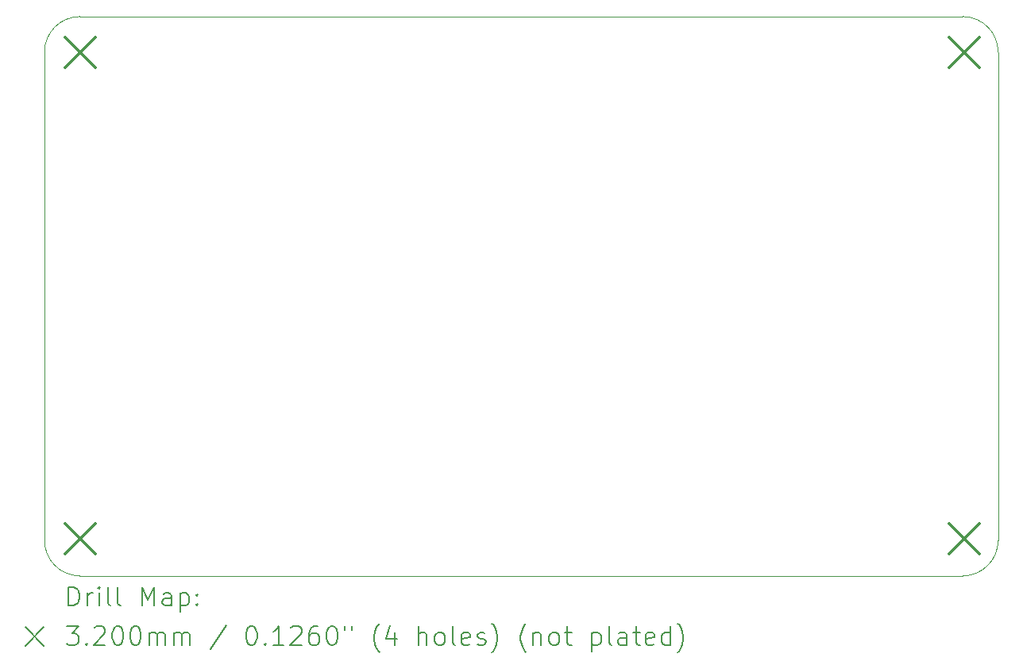
<source format=gbr>
%TF.GenerationSoftware,KiCad,Pcbnew,8.0.8*%
%TF.CreationDate,2025-03-18T19:15:26-04:00*%
%TF.ProjectId,477,3437372e-6b69-4636-9164-5f7063625858,rev?*%
%TF.SameCoordinates,Original*%
%TF.FileFunction,Drillmap*%
%TF.FilePolarity,Positive*%
%FSLAX45Y45*%
G04 Gerber Fmt 4.5, Leading zero omitted, Abs format (unit mm)*
G04 Created by KiCad (PCBNEW 8.0.8) date 2025-03-18 19:15:26*
%MOMM*%
%LPD*%
G01*
G04 APERTURE LIST*
%ADD10C,0.100000*%
%ADD11C,0.200000*%
%ADD12C,0.320000*%
G04 APERTURE END LIST*
D10*
X8935000Y-13530000D02*
G75*
G02*
X8560000Y-13150000I2500J377500D01*
G01*
X8560000Y-7950000D02*
X8560000Y-13150000D01*
X18725000Y-13150000D02*
G75*
G02*
X18350000Y-13530000I-377500J-2500D01*
G01*
X18350000Y-7570000D02*
X8935000Y-7570000D01*
X18725000Y-13150000D02*
X18725000Y-7950000D01*
X8935000Y-13530000D02*
X18350000Y-13530000D01*
X18350000Y-7570000D02*
G75*
G02*
X18725000Y-7950000I-2500J-377500D01*
G01*
X8560000Y-7950000D02*
G75*
G02*
X8935000Y-7570000I377500J2500D01*
G01*
D11*
D12*
X8780800Y-7790200D02*
X9100800Y-8110200D01*
X9100800Y-7790200D02*
X8780800Y-8110200D01*
X8780800Y-12971800D02*
X9100800Y-13291800D01*
X9100800Y-12971800D02*
X8780800Y-13291800D01*
X18204200Y-7790200D02*
X18524200Y-8110200D01*
X18524200Y-7790200D02*
X18204200Y-8110200D01*
X18204200Y-12971800D02*
X18524200Y-13291800D01*
X18524200Y-12971800D02*
X18204200Y-13291800D01*
D11*
X8815769Y-13846484D02*
X8815769Y-13646484D01*
X8815769Y-13646484D02*
X8863388Y-13646484D01*
X8863388Y-13646484D02*
X8891959Y-13656008D01*
X8891959Y-13656008D02*
X8911007Y-13675055D01*
X8911007Y-13675055D02*
X8920530Y-13694103D01*
X8920530Y-13694103D02*
X8930054Y-13732198D01*
X8930054Y-13732198D02*
X8930054Y-13760769D01*
X8930054Y-13760769D02*
X8920530Y-13798865D01*
X8920530Y-13798865D02*
X8911007Y-13817912D01*
X8911007Y-13817912D02*
X8891959Y-13836960D01*
X8891959Y-13836960D02*
X8863388Y-13846484D01*
X8863388Y-13846484D02*
X8815769Y-13846484D01*
X9015769Y-13846484D02*
X9015769Y-13713150D01*
X9015769Y-13751246D02*
X9025292Y-13732198D01*
X9025292Y-13732198D02*
X9034816Y-13722674D01*
X9034816Y-13722674D02*
X9053864Y-13713150D01*
X9053864Y-13713150D02*
X9072911Y-13713150D01*
X9139578Y-13846484D02*
X9139578Y-13713150D01*
X9139578Y-13646484D02*
X9130054Y-13656008D01*
X9130054Y-13656008D02*
X9139578Y-13665531D01*
X9139578Y-13665531D02*
X9149102Y-13656008D01*
X9149102Y-13656008D02*
X9139578Y-13646484D01*
X9139578Y-13646484D02*
X9139578Y-13665531D01*
X9263388Y-13846484D02*
X9244340Y-13836960D01*
X9244340Y-13836960D02*
X9234816Y-13817912D01*
X9234816Y-13817912D02*
X9234816Y-13646484D01*
X9368149Y-13846484D02*
X9349102Y-13836960D01*
X9349102Y-13836960D02*
X9339578Y-13817912D01*
X9339578Y-13817912D02*
X9339578Y-13646484D01*
X9596721Y-13846484D02*
X9596721Y-13646484D01*
X9596721Y-13646484D02*
X9663388Y-13789341D01*
X9663388Y-13789341D02*
X9730054Y-13646484D01*
X9730054Y-13646484D02*
X9730054Y-13846484D01*
X9911007Y-13846484D02*
X9911007Y-13741722D01*
X9911007Y-13741722D02*
X9901483Y-13722674D01*
X9901483Y-13722674D02*
X9882435Y-13713150D01*
X9882435Y-13713150D02*
X9844340Y-13713150D01*
X9844340Y-13713150D02*
X9825292Y-13722674D01*
X9911007Y-13836960D02*
X9891959Y-13846484D01*
X9891959Y-13846484D02*
X9844340Y-13846484D01*
X9844340Y-13846484D02*
X9825292Y-13836960D01*
X9825292Y-13836960D02*
X9815769Y-13817912D01*
X9815769Y-13817912D02*
X9815769Y-13798865D01*
X9815769Y-13798865D02*
X9825292Y-13779817D01*
X9825292Y-13779817D02*
X9844340Y-13770293D01*
X9844340Y-13770293D02*
X9891959Y-13770293D01*
X9891959Y-13770293D02*
X9911007Y-13760769D01*
X10006245Y-13713150D02*
X10006245Y-13913150D01*
X10006245Y-13722674D02*
X10025292Y-13713150D01*
X10025292Y-13713150D02*
X10063388Y-13713150D01*
X10063388Y-13713150D02*
X10082435Y-13722674D01*
X10082435Y-13722674D02*
X10091959Y-13732198D01*
X10091959Y-13732198D02*
X10101483Y-13751246D01*
X10101483Y-13751246D02*
X10101483Y-13808388D01*
X10101483Y-13808388D02*
X10091959Y-13827436D01*
X10091959Y-13827436D02*
X10082435Y-13836960D01*
X10082435Y-13836960D02*
X10063388Y-13846484D01*
X10063388Y-13846484D02*
X10025292Y-13846484D01*
X10025292Y-13846484D02*
X10006245Y-13836960D01*
X10187197Y-13827436D02*
X10196721Y-13836960D01*
X10196721Y-13836960D02*
X10187197Y-13846484D01*
X10187197Y-13846484D02*
X10177673Y-13836960D01*
X10177673Y-13836960D02*
X10187197Y-13827436D01*
X10187197Y-13827436D02*
X10187197Y-13846484D01*
X10187197Y-13722674D02*
X10196721Y-13732198D01*
X10196721Y-13732198D02*
X10187197Y-13741722D01*
X10187197Y-13741722D02*
X10177673Y-13732198D01*
X10177673Y-13732198D02*
X10187197Y-13722674D01*
X10187197Y-13722674D02*
X10187197Y-13741722D01*
X8354992Y-14075000D02*
X8554992Y-14275000D01*
X8554992Y-14075000D02*
X8354992Y-14275000D01*
X8796721Y-14066484D02*
X8920530Y-14066484D01*
X8920530Y-14066484D02*
X8853864Y-14142674D01*
X8853864Y-14142674D02*
X8882435Y-14142674D01*
X8882435Y-14142674D02*
X8901483Y-14152198D01*
X8901483Y-14152198D02*
X8911007Y-14161722D01*
X8911007Y-14161722D02*
X8920530Y-14180769D01*
X8920530Y-14180769D02*
X8920530Y-14228388D01*
X8920530Y-14228388D02*
X8911007Y-14247436D01*
X8911007Y-14247436D02*
X8901483Y-14256960D01*
X8901483Y-14256960D02*
X8882435Y-14266484D01*
X8882435Y-14266484D02*
X8825292Y-14266484D01*
X8825292Y-14266484D02*
X8806245Y-14256960D01*
X8806245Y-14256960D02*
X8796721Y-14247436D01*
X9006245Y-14247436D02*
X9015769Y-14256960D01*
X9015769Y-14256960D02*
X9006245Y-14266484D01*
X9006245Y-14266484D02*
X8996721Y-14256960D01*
X8996721Y-14256960D02*
X9006245Y-14247436D01*
X9006245Y-14247436D02*
X9006245Y-14266484D01*
X9091959Y-14085531D02*
X9101483Y-14076008D01*
X9101483Y-14076008D02*
X9120530Y-14066484D01*
X9120530Y-14066484D02*
X9168150Y-14066484D01*
X9168150Y-14066484D02*
X9187197Y-14076008D01*
X9187197Y-14076008D02*
X9196721Y-14085531D01*
X9196721Y-14085531D02*
X9206245Y-14104579D01*
X9206245Y-14104579D02*
X9206245Y-14123627D01*
X9206245Y-14123627D02*
X9196721Y-14152198D01*
X9196721Y-14152198D02*
X9082435Y-14266484D01*
X9082435Y-14266484D02*
X9206245Y-14266484D01*
X9330054Y-14066484D02*
X9349102Y-14066484D01*
X9349102Y-14066484D02*
X9368150Y-14076008D01*
X9368150Y-14076008D02*
X9377673Y-14085531D01*
X9377673Y-14085531D02*
X9387197Y-14104579D01*
X9387197Y-14104579D02*
X9396721Y-14142674D01*
X9396721Y-14142674D02*
X9396721Y-14190293D01*
X9396721Y-14190293D02*
X9387197Y-14228388D01*
X9387197Y-14228388D02*
X9377673Y-14247436D01*
X9377673Y-14247436D02*
X9368150Y-14256960D01*
X9368150Y-14256960D02*
X9349102Y-14266484D01*
X9349102Y-14266484D02*
X9330054Y-14266484D01*
X9330054Y-14266484D02*
X9311007Y-14256960D01*
X9311007Y-14256960D02*
X9301483Y-14247436D01*
X9301483Y-14247436D02*
X9291959Y-14228388D01*
X9291959Y-14228388D02*
X9282435Y-14190293D01*
X9282435Y-14190293D02*
X9282435Y-14142674D01*
X9282435Y-14142674D02*
X9291959Y-14104579D01*
X9291959Y-14104579D02*
X9301483Y-14085531D01*
X9301483Y-14085531D02*
X9311007Y-14076008D01*
X9311007Y-14076008D02*
X9330054Y-14066484D01*
X9520530Y-14066484D02*
X9539578Y-14066484D01*
X9539578Y-14066484D02*
X9558626Y-14076008D01*
X9558626Y-14076008D02*
X9568150Y-14085531D01*
X9568150Y-14085531D02*
X9577673Y-14104579D01*
X9577673Y-14104579D02*
X9587197Y-14142674D01*
X9587197Y-14142674D02*
X9587197Y-14190293D01*
X9587197Y-14190293D02*
X9577673Y-14228388D01*
X9577673Y-14228388D02*
X9568150Y-14247436D01*
X9568150Y-14247436D02*
X9558626Y-14256960D01*
X9558626Y-14256960D02*
X9539578Y-14266484D01*
X9539578Y-14266484D02*
X9520530Y-14266484D01*
X9520530Y-14266484D02*
X9501483Y-14256960D01*
X9501483Y-14256960D02*
X9491959Y-14247436D01*
X9491959Y-14247436D02*
X9482435Y-14228388D01*
X9482435Y-14228388D02*
X9472911Y-14190293D01*
X9472911Y-14190293D02*
X9472911Y-14142674D01*
X9472911Y-14142674D02*
X9482435Y-14104579D01*
X9482435Y-14104579D02*
X9491959Y-14085531D01*
X9491959Y-14085531D02*
X9501483Y-14076008D01*
X9501483Y-14076008D02*
X9520530Y-14066484D01*
X9672911Y-14266484D02*
X9672911Y-14133150D01*
X9672911Y-14152198D02*
X9682435Y-14142674D01*
X9682435Y-14142674D02*
X9701483Y-14133150D01*
X9701483Y-14133150D02*
X9730054Y-14133150D01*
X9730054Y-14133150D02*
X9749102Y-14142674D01*
X9749102Y-14142674D02*
X9758626Y-14161722D01*
X9758626Y-14161722D02*
X9758626Y-14266484D01*
X9758626Y-14161722D02*
X9768150Y-14142674D01*
X9768150Y-14142674D02*
X9787197Y-14133150D01*
X9787197Y-14133150D02*
X9815769Y-14133150D01*
X9815769Y-14133150D02*
X9834816Y-14142674D01*
X9834816Y-14142674D02*
X9844340Y-14161722D01*
X9844340Y-14161722D02*
X9844340Y-14266484D01*
X9939578Y-14266484D02*
X9939578Y-14133150D01*
X9939578Y-14152198D02*
X9949102Y-14142674D01*
X9949102Y-14142674D02*
X9968150Y-14133150D01*
X9968150Y-14133150D02*
X9996721Y-14133150D01*
X9996721Y-14133150D02*
X10015769Y-14142674D01*
X10015769Y-14142674D02*
X10025292Y-14161722D01*
X10025292Y-14161722D02*
X10025292Y-14266484D01*
X10025292Y-14161722D02*
X10034816Y-14142674D01*
X10034816Y-14142674D02*
X10053864Y-14133150D01*
X10053864Y-14133150D02*
X10082435Y-14133150D01*
X10082435Y-14133150D02*
X10101483Y-14142674D01*
X10101483Y-14142674D02*
X10111007Y-14161722D01*
X10111007Y-14161722D02*
X10111007Y-14266484D01*
X10501483Y-14056960D02*
X10330054Y-14314103D01*
X10758626Y-14066484D02*
X10777674Y-14066484D01*
X10777674Y-14066484D02*
X10796721Y-14076008D01*
X10796721Y-14076008D02*
X10806245Y-14085531D01*
X10806245Y-14085531D02*
X10815769Y-14104579D01*
X10815769Y-14104579D02*
X10825293Y-14142674D01*
X10825293Y-14142674D02*
X10825293Y-14190293D01*
X10825293Y-14190293D02*
X10815769Y-14228388D01*
X10815769Y-14228388D02*
X10806245Y-14247436D01*
X10806245Y-14247436D02*
X10796721Y-14256960D01*
X10796721Y-14256960D02*
X10777674Y-14266484D01*
X10777674Y-14266484D02*
X10758626Y-14266484D01*
X10758626Y-14266484D02*
X10739578Y-14256960D01*
X10739578Y-14256960D02*
X10730054Y-14247436D01*
X10730054Y-14247436D02*
X10720531Y-14228388D01*
X10720531Y-14228388D02*
X10711007Y-14190293D01*
X10711007Y-14190293D02*
X10711007Y-14142674D01*
X10711007Y-14142674D02*
X10720531Y-14104579D01*
X10720531Y-14104579D02*
X10730054Y-14085531D01*
X10730054Y-14085531D02*
X10739578Y-14076008D01*
X10739578Y-14076008D02*
X10758626Y-14066484D01*
X10911007Y-14247436D02*
X10920531Y-14256960D01*
X10920531Y-14256960D02*
X10911007Y-14266484D01*
X10911007Y-14266484D02*
X10901483Y-14256960D01*
X10901483Y-14256960D02*
X10911007Y-14247436D01*
X10911007Y-14247436D02*
X10911007Y-14266484D01*
X11111007Y-14266484D02*
X10996721Y-14266484D01*
X11053864Y-14266484D02*
X11053864Y-14066484D01*
X11053864Y-14066484D02*
X11034816Y-14095055D01*
X11034816Y-14095055D02*
X11015769Y-14114103D01*
X11015769Y-14114103D02*
X10996721Y-14123627D01*
X11187197Y-14085531D02*
X11196721Y-14076008D01*
X11196721Y-14076008D02*
X11215769Y-14066484D01*
X11215769Y-14066484D02*
X11263388Y-14066484D01*
X11263388Y-14066484D02*
X11282435Y-14076008D01*
X11282435Y-14076008D02*
X11291959Y-14085531D01*
X11291959Y-14085531D02*
X11301483Y-14104579D01*
X11301483Y-14104579D02*
X11301483Y-14123627D01*
X11301483Y-14123627D02*
X11291959Y-14152198D01*
X11291959Y-14152198D02*
X11177674Y-14266484D01*
X11177674Y-14266484D02*
X11301483Y-14266484D01*
X11472912Y-14066484D02*
X11434816Y-14066484D01*
X11434816Y-14066484D02*
X11415769Y-14076008D01*
X11415769Y-14076008D02*
X11406245Y-14085531D01*
X11406245Y-14085531D02*
X11387197Y-14114103D01*
X11387197Y-14114103D02*
X11377673Y-14152198D01*
X11377673Y-14152198D02*
X11377673Y-14228388D01*
X11377673Y-14228388D02*
X11387197Y-14247436D01*
X11387197Y-14247436D02*
X11396721Y-14256960D01*
X11396721Y-14256960D02*
X11415769Y-14266484D01*
X11415769Y-14266484D02*
X11453864Y-14266484D01*
X11453864Y-14266484D02*
X11472912Y-14256960D01*
X11472912Y-14256960D02*
X11482435Y-14247436D01*
X11482435Y-14247436D02*
X11491959Y-14228388D01*
X11491959Y-14228388D02*
X11491959Y-14180769D01*
X11491959Y-14180769D02*
X11482435Y-14161722D01*
X11482435Y-14161722D02*
X11472912Y-14152198D01*
X11472912Y-14152198D02*
X11453864Y-14142674D01*
X11453864Y-14142674D02*
X11415769Y-14142674D01*
X11415769Y-14142674D02*
X11396721Y-14152198D01*
X11396721Y-14152198D02*
X11387197Y-14161722D01*
X11387197Y-14161722D02*
X11377673Y-14180769D01*
X11615769Y-14066484D02*
X11634816Y-14066484D01*
X11634816Y-14066484D02*
X11653864Y-14076008D01*
X11653864Y-14076008D02*
X11663388Y-14085531D01*
X11663388Y-14085531D02*
X11672912Y-14104579D01*
X11672912Y-14104579D02*
X11682435Y-14142674D01*
X11682435Y-14142674D02*
X11682435Y-14190293D01*
X11682435Y-14190293D02*
X11672912Y-14228388D01*
X11672912Y-14228388D02*
X11663388Y-14247436D01*
X11663388Y-14247436D02*
X11653864Y-14256960D01*
X11653864Y-14256960D02*
X11634816Y-14266484D01*
X11634816Y-14266484D02*
X11615769Y-14266484D01*
X11615769Y-14266484D02*
X11596721Y-14256960D01*
X11596721Y-14256960D02*
X11587197Y-14247436D01*
X11587197Y-14247436D02*
X11577673Y-14228388D01*
X11577673Y-14228388D02*
X11568150Y-14190293D01*
X11568150Y-14190293D02*
X11568150Y-14142674D01*
X11568150Y-14142674D02*
X11577673Y-14104579D01*
X11577673Y-14104579D02*
X11587197Y-14085531D01*
X11587197Y-14085531D02*
X11596721Y-14076008D01*
X11596721Y-14076008D02*
X11615769Y-14066484D01*
X11758626Y-14066484D02*
X11758626Y-14104579D01*
X11834816Y-14066484D02*
X11834816Y-14104579D01*
X12130055Y-14342674D02*
X12120531Y-14333150D01*
X12120531Y-14333150D02*
X12101483Y-14304579D01*
X12101483Y-14304579D02*
X12091959Y-14285531D01*
X12091959Y-14285531D02*
X12082435Y-14256960D01*
X12082435Y-14256960D02*
X12072912Y-14209341D01*
X12072912Y-14209341D02*
X12072912Y-14171246D01*
X12072912Y-14171246D02*
X12082435Y-14123627D01*
X12082435Y-14123627D02*
X12091959Y-14095055D01*
X12091959Y-14095055D02*
X12101483Y-14076008D01*
X12101483Y-14076008D02*
X12120531Y-14047436D01*
X12120531Y-14047436D02*
X12130055Y-14037912D01*
X12291959Y-14133150D02*
X12291959Y-14266484D01*
X12244340Y-14056960D02*
X12196721Y-14199817D01*
X12196721Y-14199817D02*
X12320531Y-14199817D01*
X12549102Y-14266484D02*
X12549102Y-14066484D01*
X12634816Y-14266484D02*
X12634816Y-14161722D01*
X12634816Y-14161722D02*
X12625293Y-14142674D01*
X12625293Y-14142674D02*
X12606245Y-14133150D01*
X12606245Y-14133150D02*
X12577674Y-14133150D01*
X12577674Y-14133150D02*
X12558626Y-14142674D01*
X12558626Y-14142674D02*
X12549102Y-14152198D01*
X12758626Y-14266484D02*
X12739578Y-14256960D01*
X12739578Y-14256960D02*
X12730055Y-14247436D01*
X12730055Y-14247436D02*
X12720531Y-14228388D01*
X12720531Y-14228388D02*
X12720531Y-14171246D01*
X12720531Y-14171246D02*
X12730055Y-14152198D01*
X12730055Y-14152198D02*
X12739578Y-14142674D01*
X12739578Y-14142674D02*
X12758626Y-14133150D01*
X12758626Y-14133150D02*
X12787197Y-14133150D01*
X12787197Y-14133150D02*
X12806245Y-14142674D01*
X12806245Y-14142674D02*
X12815769Y-14152198D01*
X12815769Y-14152198D02*
X12825293Y-14171246D01*
X12825293Y-14171246D02*
X12825293Y-14228388D01*
X12825293Y-14228388D02*
X12815769Y-14247436D01*
X12815769Y-14247436D02*
X12806245Y-14256960D01*
X12806245Y-14256960D02*
X12787197Y-14266484D01*
X12787197Y-14266484D02*
X12758626Y-14266484D01*
X12939578Y-14266484D02*
X12920531Y-14256960D01*
X12920531Y-14256960D02*
X12911007Y-14237912D01*
X12911007Y-14237912D02*
X12911007Y-14066484D01*
X13091959Y-14256960D02*
X13072912Y-14266484D01*
X13072912Y-14266484D02*
X13034816Y-14266484D01*
X13034816Y-14266484D02*
X13015769Y-14256960D01*
X13015769Y-14256960D02*
X13006245Y-14237912D01*
X13006245Y-14237912D02*
X13006245Y-14161722D01*
X13006245Y-14161722D02*
X13015769Y-14142674D01*
X13015769Y-14142674D02*
X13034816Y-14133150D01*
X13034816Y-14133150D02*
X13072912Y-14133150D01*
X13072912Y-14133150D02*
X13091959Y-14142674D01*
X13091959Y-14142674D02*
X13101483Y-14161722D01*
X13101483Y-14161722D02*
X13101483Y-14180769D01*
X13101483Y-14180769D02*
X13006245Y-14199817D01*
X13177674Y-14256960D02*
X13196721Y-14266484D01*
X13196721Y-14266484D02*
X13234816Y-14266484D01*
X13234816Y-14266484D02*
X13253864Y-14256960D01*
X13253864Y-14256960D02*
X13263388Y-14237912D01*
X13263388Y-14237912D02*
X13263388Y-14228388D01*
X13263388Y-14228388D02*
X13253864Y-14209341D01*
X13253864Y-14209341D02*
X13234816Y-14199817D01*
X13234816Y-14199817D02*
X13206245Y-14199817D01*
X13206245Y-14199817D02*
X13187197Y-14190293D01*
X13187197Y-14190293D02*
X13177674Y-14171246D01*
X13177674Y-14171246D02*
X13177674Y-14161722D01*
X13177674Y-14161722D02*
X13187197Y-14142674D01*
X13187197Y-14142674D02*
X13206245Y-14133150D01*
X13206245Y-14133150D02*
X13234816Y-14133150D01*
X13234816Y-14133150D02*
X13253864Y-14142674D01*
X13330055Y-14342674D02*
X13339578Y-14333150D01*
X13339578Y-14333150D02*
X13358626Y-14304579D01*
X13358626Y-14304579D02*
X13368150Y-14285531D01*
X13368150Y-14285531D02*
X13377674Y-14256960D01*
X13377674Y-14256960D02*
X13387197Y-14209341D01*
X13387197Y-14209341D02*
X13387197Y-14171246D01*
X13387197Y-14171246D02*
X13377674Y-14123627D01*
X13377674Y-14123627D02*
X13368150Y-14095055D01*
X13368150Y-14095055D02*
X13358626Y-14076008D01*
X13358626Y-14076008D02*
X13339578Y-14047436D01*
X13339578Y-14047436D02*
X13330055Y-14037912D01*
X13691959Y-14342674D02*
X13682436Y-14333150D01*
X13682436Y-14333150D02*
X13663388Y-14304579D01*
X13663388Y-14304579D02*
X13653864Y-14285531D01*
X13653864Y-14285531D02*
X13644340Y-14256960D01*
X13644340Y-14256960D02*
X13634817Y-14209341D01*
X13634817Y-14209341D02*
X13634817Y-14171246D01*
X13634817Y-14171246D02*
X13644340Y-14123627D01*
X13644340Y-14123627D02*
X13653864Y-14095055D01*
X13653864Y-14095055D02*
X13663388Y-14076008D01*
X13663388Y-14076008D02*
X13682436Y-14047436D01*
X13682436Y-14047436D02*
X13691959Y-14037912D01*
X13768150Y-14133150D02*
X13768150Y-14266484D01*
X13768150Y-14152198D02*
X13777674Y-14142674D01*
X13777674Y-14142674D02*
X13796721Y-14133150D01*
X13796721Y-14133150D02*
X13825293Y-14133150D01*
X13825293Y-14133150D02*
X13844340Y-14142674D01*
X13844340Y-14142674D02*
X13853864Y-14161722D01*
X13853864Y-14161722D02*
X13853864Y-14266484D01*
X13977674Y-14266484D02*
X13958626Y-14256960D01*
X13958626Y-14256960D02*
X13949102Y-14247436D01*
X13949102Y-14247436D02*
X13939578Y-14228388D01*
X13939578Y-14228388D02*
X13939578Y-14171246D01*
X13939578Y-14171246D02*
X13949102Y-14152198D01*
X13949102Y-14152198D02*
X13958626Y-14142674D01*
X13958626Y-14142674D02*
X13977674Y-14133150D01*
X13977674Y-14133150D02*
X14006245Y-14133150D01*
X14006245Y-14133150D02*
X14025293Y-14142674D01*
X14025293Y-14142674D02*
X14034817Y-14152198D01*
X14034817Y-14152198D02*
X14044340Y-14171246D01*
X14044340Y-14171246D02*
X14044340Y-14228388D01*
X14044340Y-14228388D02*
X14034817Y-14247436D01*
X14034817Y-14247436D02*
X14025293Y-14256960D01*
X14025293Y-14256960D02*
X14006245Y-14266484D01*
X14006245Y-14266484D02*
X13977674Y-14266484D01*
X14101483Y-14133150D02*
X14177674Y-14133150D01*
X14130055Y-14066484D02*
X14130055Y-14237912D01*
X14130055Y-14237912D02*
X14139578Y-14256960D01*
X14139578Y-14256960D02*
X14158626Y-14266484D01*
X14158626Y-14266484D02*
X14177674Y-14266484D01*
X14396721Y-14133150D02*
X14396721Y-14333150D01*
X14396721Y-14142674D02*
X14415769Y-14133150D01*
X14415769Y-14133150D02*
X14453864Y-14133150D01*
X14453864Y-14133150D02*
X14472912Y-14142674D01*
X14472912Y-14142674D02*
X14482436Y-14152198D01*
X14482436Y-14152198D02*
X14491959Y-14171246D01*
X14491959Y-14171246D02*
X14491959Y-14228388D01*
X14491959Y-14228388D02*
X14482436Y-14247436D01*
X14482436Y-14247436D02*
X14472912Y-14256960D01*
X14472912Y-14256960D02*
X14453864Y-14266484D01*
X14453864Y-14266484D02*
X14415769Y-14266484D01*
X14415769Y-14266484D02*
X14396721Y-14256960D01*
X14606245Y-14266484D02*
X14587198Y-14256960D01*
X14587198Y-14256960D02*
X14577674Y-14237912D01*
X14577674Y-14237912D02*
X14577674Y-14066484D01*
X14768150Y-14266484D02*
X14768150Y-14161722D01*
X14768150Y-14161722D02*
X14758626Y-14142674D01*
X14758626Y-14142674D02*
X14739579Y-14133150D01*
X14739579Y-14133150D02*
X14701483Y-14133150D01*
X14701483Y-14133150D02*
X14682436Y-14142674D01*
X14768150Y-14256960D02*
X14749102Y-14266484D01*
X14749102Y-14266484D02*
X14701483Y-14266484D01*
X14701483Y-14266484D02*
X14682436Y-14256960D01*
X14682436Y-14256960D02*
X14672912Y-14237912D01*
X14672912Y-14237912D02*
X14672912Y-14218865D01*
X14672912Y-14218865D02*
X14682436Y-14199817D01*
X14682436Y-14199817D02*
X14701483Y-14190293D01*
X14701483Y-14190293D02*
X14749102Y-14190293D01*
X14749102Y-14190293D02*
X14768150Y-14180769D01*
X14834817Y-14133150D02*
X14911007Y-14133150D01*
X14863388Y-14066484D02*
X14863388Y-14237912D01*
X14863388Y-14237912D02*
X14872912Y-14256960D01*
X14872912Y-14256960D02*
X14891959Y-14266484D01*
X14891959Y-14266484D02*
X14911007Y-14266484D01*
X15053864Y-14256960D02*
X15034817Y-14266484D01*
X15034817Y-14266484D02*
X14996721Y-14266484D01*
X14996721Y-14266484D02*
X14977674Y-14256960D01*
X14977674Y-14256960D02*
X14968150Y-14237912D01*
X14968150Y-14237912D02*
X14968150Y-14161722D01*
X14968150Y-14161722D02*
X14977674Y-14142674D01*
X14977674Y-14142674D02*
X14996721Y-14133150D01*
X14996721Y-14133150D02*
X15034817Y-14133150D01*
X15034817Y-14133150D02*
X15053864Y-14142674D01*
X15053864Y-14142674D02*
X15063388Y-14161722D01*
X15063388Y-14161722D02*
X15063388Y-14180769D01*
X15063388Y-14180769D02*
X14968150Y-14199817D01*
X15234817Y-14266484D02*
X15234817Y-14066484D01*
X15234817Y-14256960D02*
X15215769Y-14266484D01*
X15215769Y-14266484D02*
X15177674Y-14266484D01*
X15177674Y-14266484D02*
X15158626Y-14256960D01*
X15158626Y-14256960D02*
X15149102Y-14247436D01*
X15149102Y-14247436D02*
X15139579Y-14228388D01*
X15139579Y-14228388D02*
X15139579Y-14171246D01*
X15139579Y-14171246D02*
X15149102Y-14152198D01*
X15149102Y-14152198D02*
X15158626Y-14142674D01*
X15158626Y-14142674D02*
X15177674Y-14133150D01*
X15177674Y-14133150D02*
X15215769Y-14133150D01*
X15215769Y-14133150D02*
X15234817Y-14142674D01*
X15311007Y-14342674D02*
X15320531Y-14333150D01*
X15320531Y-14333150D02*
X15339579Y-14304579D01*
X15339579Y-14304579D02*
X15349102Y-14285531D01*
X15349102Y-14285531D02*
X15358626Y-14256960D01*
X15358626Y-14256960D02*
X15368150Y-14209341D01*
X15368150Y-14209341D02*
X15368150Y-14171246D01*
X15368150Y-14171246D02*
X15358626Y-14123627D01*
X15358626Y-14123627D02*
X15349102Y-14095055D01*
X15349102Y-14095055D02*
X15339579Y-14076008D01*
X15339579Y-14076008D02*
X15320531Y-14047436D01*
X15320531Y-14047436D02*
X15311007Y-14037912D01*
M02*

</source>
